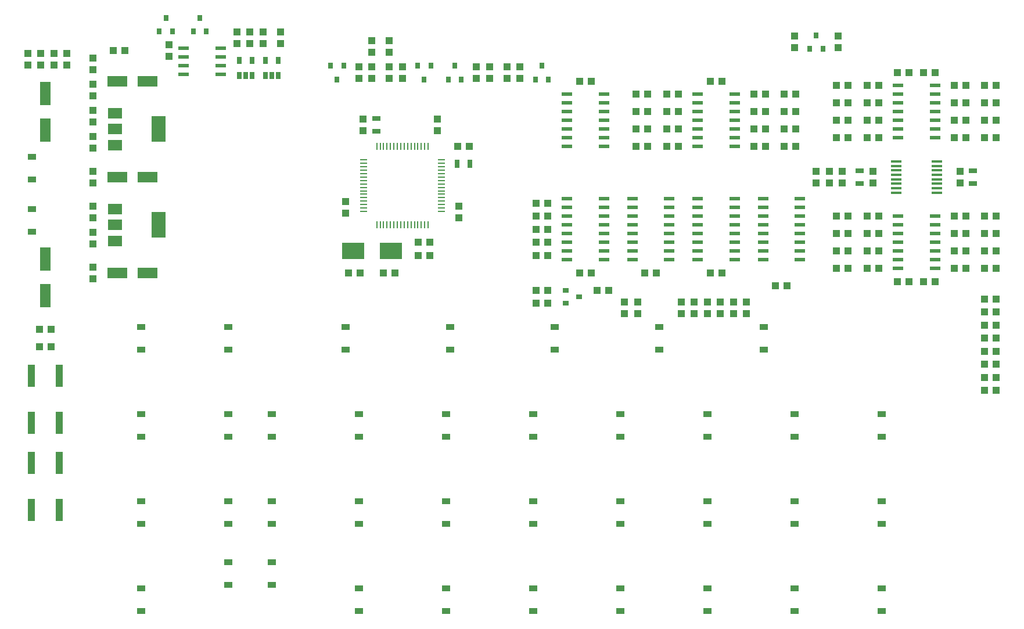
<source format=gtp>
G04 #@! TF.GenerationSoftware,KiCad,Pcbnew,(5.0.0-rc2-24-g81af2db)*
G04 #@! TF.CreationDate,2019-03-18T22:47:18-05:00*
G04 #@! TF.ProjectId,sequencer,73657175656E6365722E6B696361645F,1.0*
G04 #@! TF.SameCoordinates,Original*
G04 #@! TF.FileFunction,Paste,Top*
G04 #@! TF.FilePolarity,Positive*
%FSLAX46Y46*%
G04 Gerber Fmt 4.6, Leading zero omitted, Abs format (unit mm)*
G04 Created by KiCad (PCBNEW (5.0.0-rc2-24-g81af2db)) date Monday, March 18, 2019 at 10:47:18 PM*
%MOMM*%
%LPD*%
G01*
G04 APERTURE LIST*
%ADD10R,0.800000X0.900000*%
%ADD11R,1.000000X1.000000*%
%ADD12R,0.250000X1.000000*%
%ADD13R,1.000000X0.250000*%
%ADD14R,1.000000X3.200000*%
%ADD15R,1.500000X0.600000*%
%ADD16R,1.500000X0.450000*%
%ADD17R,3.000000X1.600000*%
%ADD18R,1.600000X3.500000*%
%ADD19R,2.000000X3.800000*%
%ADD20R,2.000000X1.500000*%
%ADD21R,0.650000X1.060000*%
%ADD22R,0.900000X0.800000*%
%ADD23R,1.550000X0.600000*%
%ADD24R,3.325000X2.400000*%
%ADD25R,1.300000X0.700000*%
%ADD26R,0.700000X1.300000*%
%ADD27R,1.200000X0.900000*%
G04 APERTURE END LIST*
D10*
G04 #@! TO.C,D2*
X97922000Y-54356000D03*
X99822000Y-54356000D03*
X98872000Y-52356000D03*
G04 #@! TD*
D11*
G04 #@! TO.C,R70*
X165735000Y-93765000D03*
X165735000Y-95465000D03*
G04 #@! TD*
D10*
G04 #@! TO.C,Q4*
X152720000Y-61325000D03*
X154620000Y-61325000D03*
X153670000Y-59325000D03*
G04 #@! TD*
G04 #@! TO.C,Q2*
X137475000Y-59325000D03*
X135575000Y-59325000D03*
X136525000Y-61325000D03*
G04 #@! TD*
G04 #@! TO.C,Q3*
X140020000Y-61325000D03*
X141920000Y-61325000D03*
X140970000Y-59325000D03*
G04 #@! TD*
G04 #@! TO.C,Q1*
X124775000Y-59325000D03*
X122875000Y-59325000D03*
X123825000Y-61325000D03*
G04 #@! TD*
D12*
G04 #@! TO.C,U9*
X129600000Y-82520000D03*
X130100000Y-82520000D03*
X130600000Y-82520000D03*
X131100000Y-82520000D03*
X131600000Y-82520000D03*
X132100000Y-82520000D03*
X132600000Y-82520000D03*
X133100000Y-82520000D03*
X133600000Y-82520000D03*
X134100000Y-82520000D03*
X134600000Y-82520000D03*
X135100000Y-82520000D03*
X135600000Y-82520000D03*
X136100000Y-82520000D03*
X136600000Y-82520000D03*
X137100000Y-82520000D03*
D13*
X139050000Y-80570000D03*
X139050000Y-80070000D03*
X139050000Y-79570000D03*
X139050000Y-79070000D03*
X139050000Y-78570000D03*
X139050000Y-78070000D03*
X139050000Y-77570000D03*
X139050000Y-77070000D03*
X139050000Y-76570000D03*
X139050000Y-76070000D03*
X139050000Y-75570000D03*
X139050000Y-75070000D03*
X139050000Y-74570000D03*
X139050000Y-74070000D03*
X139050000Y-73570000D03*
X139050000Y-73070000D03*
D12*
X137100000Y-71120000D03*
X136600000Y-71120000D03*
X136100000Y-71120000D03*
X135600000Y-71120000D03*
X135100000Y-71120000D03*
X134600000Y-71120000D03*
X134100000Y-71120000D03*
X133600000Y-71120000D03*
X133100000Y-71120000D03*
X132600000Y-71120000D03*
X132100000Y-71120000D03*
X131600000Y-71120000D03*
X131100000Y-71120000D03*
X130600000Y-71120000D03*
X130100000Y-71120000D03*
X129600000Y-71120000D03*
D13*
X127650000Y-73070000D03*
X127650000Y-73570000D03*
X127650000Y-74070000D03*
X127650000Y-74570000D03*
X127650000Y-75070000D03*
X127650000Y-75570000D03*
X127650000Y-76070000D03*
X127650000Y-76570000D03*
X127650000Y-77070000D03*
X127650000Y-77570000D03*
X127650000Y-78070000D03*
X127650000Y-78570000D03*
X127650000Y-79070000D03*
X127650000Y-79570000D03*
X127650000Y-80070000D03*
X127650000Y-80570000D03*
G04 #@! TD*
D14*
G04 #@! TO.C,SW19*
X83280000Y-124050000D03*
X83280000Y-117250000D03*
X79280000Y-117250000D03*
X79280000Y-124050000D03*
G04 #@! TD*
G04 #@! TO.C,SW8*
X79280000Y-104550000D03*
X79280000Y-111350000D03*
X83280000Y-111350000D03*
X83280000Y-104550000D03*
G04 #@! TD*
D15*
G04 #@! TO.C,U6*
X181770000Y-71120000D03*
X181770000Y-69850000D03*
X181770000Y-68580000D03*
X181770000Y-67310000D03*
X181770000Y-66040000D03*
X181770000Y-64770000D03*
X181770000Y-63500000D03*
X176370000Y-63500000D03*
X176370000Y-64770000D03*
X176370000Y-66040000D03*
X176370000Y-67310000D03*
X176370000Y-68580000D03*
X176370000Y-69850000D03*
X176370000Y-71120000D03*
G04 #@! TD*
D16*
G04 #@! TO.C,U8*
X205330000Y-73290000D03*
X205330000Y-73940000D03*
X205330000Y-74590000D03*
X205330000Y-75240000D03*
X205330000Y-75890000D03*
X205330000Y-76540000D03*
X205330000Y-77190000D03*
X205330000Y-77840000D03*
X211230000Y-77840000D03*
X211230000Y-77190000D03*
X211230000Y-76540000D03*
X211230000Y-75890000D03*
X211230000Y-75240000D03*
X211230000Y-74590000D03*
X211230000Y-73940000D03*
X211230000Y-73290000D03*
G04 #@! TD*
D17*
G04 #@! TO.C,C24*
X91780000Y-75565000D03*
X96180000Y-75565000D03*
G04 #@! TD*
D18*
G04 #@! TO.C,C13*
X81280000Y-68740000D03*
X81280000Y-63340000D03*
G04 #@! TD*
G04 #@! TO.C,C46*
X81280000Y-92870000D03*
X81280000Y-87470000D03*
G04 #@! TD*
D17*
G04 #@! TO.C,C40*
X91780000Y-89535000D03*
X96180000Y-89535000D03*
G04 #@! TD*
G04 #@! TO.C,C5*
X91780000Y-61595000D03*
X96180000Y-61595000D03*
G04 #@! TD*
D10*
G04 #@! TO.C,D1*
X192725000Y-56880000D03*
X194625000Y-56880000D03*
X193675000Y-54880000D03*
G04 #@! TD*
D19*
G04 #@! TO.C,U7*
X97765000Y-68580000D03*
D20*
X91465000Y-68580000D03*
X91465000Y-70880000D03*
X91465000Y-66280000D03*
G04 #@! TD*
D19*
G04 #@! TO.C,U10*
X97765000Y-82550000D03*
D20*
X91465000Y-82550000D03*
X91465000Y-84850000D03*
X91465000Y-80250000D03*
G04 #@! TD*
D21*
G04 #@! TO.C,U3*
X113350000Y-60790000D03*
X114300000Y-60790000D03*
X115250000Y-60790000D03*
X115250000Y-58590000D03*
X113350000Y-58590000D03*
G04 #@! TD*
D15*
G04 #@! TO.C,U12*
X172245000Y-87630000D03*
X172245000Y-86360000D03*
X172245000Y-85090000D03*
X172245000Y-83820000D03*
X172245000Y-82550000D03*
X172245000Y-81280000D03*
X172245000Y-80010000D03*
X172245000Y-78740000D03*
X166845000Y-78740000D03*
X166845000Y-80010000D03*
X166845000Y-81280000D03*
X166845000Y-82550000D03*
X166845000Y-83820000D03*
X166845000Y-85090000D03*
X166845000Y-86360000D03*
X166845000Y-87630000D03*
G04 #@! TD*
G04 #@! TO.C,U13*
X181770000Y-87630000D03*
X181770000Y-86360000D03*
X181770000Y-85090000D03*
X181770000Y-83820000D03*
X181770000Y-82550000D03*
X181770000Y-81280000D03*
X181770000Y-80010000D03*
X181770000Y-78740000D03*
X176370000Y-78740000D03*
X176370000Y-80010000D03*
X176370000Y-81280000D03*
X176370000Y-82550000D03*
X176370000Y-83820000D03*
X176370000Y-85090000D03*
X176370000Y-86360000D03*
X176370000Y-87630000D03*
G04 #@! TD*
G04 #@! TO.C,U14*
X191295000Y-87630000D03*
X191295000Y-86360000D03*
X191295000Y-85090000D03*
X191295000Y-83820000D03*
X191295000Y-82550000D03*
X191295000Y-81280000D03*
X191295000Y-80010000D03*
X191295000Y-78740000D03*
X185895000Y-78740000D03*
X185895000Y-80010000D03*
X185895000Y-81280000D03*
X185895000Y-82550000D03*
X185895000Y-83820000D03*
X185895000Y-85090000D03*
X185895000Y-86360000D03*
X185895000Y-87630000D03*
G04 #@! TD*
G04 #@! TO.C,U11*
X162720000Y-87630000D03*
X162720000Y-86360000D03*
X162720000Y-85090000D03*
X162720000Y-83820000D03*
X162720000Y-82550000D03*
X162720000Y-81280000D03*
X162720000Y-80010000D03*
X162720000Y-78740000D03*
X157320000Y-78740000D03*
X157320000Y-80010000D03*
X157320000Y-81280000D03*
X157320000Y-82550000D03*
X157320000Y-83820000D03*
X157320000Y-85090000D03*
X157320000Y-86360000D03*
X157320000Y-87630000D03*
G04 #@! TD*
G04 #@! TO.C,U4*
X210980000Y-69850000D03*
X210980000Y-68580000D03*
X210980000Y-67310000D03*
X210980000Y-66040000D03*
X210980000Y-64770000D03*
X210980000Y-63500000D03*
X210980000Y-62230000D03*
X205580000Y-62230000D03*
X205580000Y-63500000D03*
X205580000Y-64770000D03*
X205580000Y-66040000D03*
X205580000Y-67310000D03*
X205580000Y-68580000D03*
X205580000Y-69850000D03*
G04 #@! TD*
G04 #@! TO.C,U15*
X210999434Y-88900000D03*
X210999434Y-87630000D03*
X210999434Y-86360000D03*
X210999434Y-85090000D03*
X210999434Y-83820000D03*
X210999434Y-82550000D03*
X210999434Y-81280000D03*
X205599434Y-81280000D03*
X205599434Y-82550000D03*
X205599434Y-83820000D03*
X205599434Y-85090000D03*
X205599434Y-86360000D03*
X205599434Y-87630000D03*
X205599434Y-88900000D03*
G04 #@! TD*
G04 #@! TO.C,U5*
X157320000Y-63500000D03*
X157320000Y-64770000D03*
X157320000Y-66040000D03*
X157320000Y-67310000D03*
X157320000Y-68580000D03*
X157320000Y-69850000D03*
X157320000Y-71120000D03*
X162720000Y-71120000D03*
X162720000Y-69850000D03*
X162720000Y-68580000D03*
X162720000Y-67310000D03*
X162720000Y-66040000D03*
X162720000Y-64770000D03*
X162720000Y-63500000D03*
G04 #@! TD*
D22*
G04 #@! TO.C,Q5*
X157115000Y-92075000D03*
X157115000Y-93975000D03*
X159115000Y-93025000D03*
G04 #@! TD*
D21*
G04 #@! TO.C,U2*
X109540000Y-60790000D03*
X110490000Y-60790000D03*
X111440000Y-60790000D03*
X111440000Y-58590000D03*
X109540000Y-58590000D03*
G04 #@! TD*
D23*
G04 #@! TO.C,U1*
X101440000Y-56769000D03*
X101440000Y-58039000D03*
X101440000Y-59309000D03*
X101440000Y-60579000D03*
X106840000Y-60579000D03*
X106840000Y-59309000D03*
X106840000Y-58039000D03*
X106840000Y-56769000D03*
G04 #@! TD*
D24*
G04 #@! TO.C,Y1*
X131667500Y-86360000D03*
X126142500Y-86360000D03*
G04 #@! TD*
D11*
G04 #@! TO.C,R20*
X148590000Y-61175000D03*
X148590000Y-59475000D03*
G04 #@! TD*
G04 #@! TO.C,R17*
X133350000Y-59475000D03*
X133350000Y-61175000D03*
G04 #@! TD*
G04 #@! TO.C,R21*
X150495000Y-59475000D03*
X150495000Y-61175000D03*
G04 #@! TD*
G04 #@! TO.C,R7*
X131445000Y-57365000D03*
X131445000Y-55665000D03*
G04 #@! TD*
G04 #@! TO.C,R19*
X146050000Y-61175000D03*
X146050000Y-59475000D03*
G04 #@! TD*
G04 #@! TO.C,R14*
X127000000Y-59475000D03*
X127000000Y-61175000D03*
G04 #@! TD*
G04 #@! TO.C,R18*
X144145000Y-59475000D03*
X144145000Y-61175000D03*
G04 #@! TD*
G04 #@! TO.C,R6*
X128905000Y-57365000D03*
X128905000Y-55665000D03*
G04 #@! TD*
G04 #@! TO.C,R86*
X218225000Y-106680000D03*
X219925000Y-106680000D03*
G04 #@! TD*
G04 #@! TO.C,R85*
X218225000Y-104775000D03*
X219925000Y-104775000D03*
G04 #@! TD*
G04 #@! TO.C,R84*
X218225000Y-102870000D03*
X219925000Y-102870000D03*
G04 #@! TD*
G04 #@! TO.C,R83*
X218225000Y-100965000D03*
X219925000Y-100965000D03*
G04 #@! TD*
G04 #@! TO.C,R81*
X218225000Y-99060000D03*
X219925000Y-99060000D03*
G04 #@! TD*
G04 #@! TO.C,R80*
X218225000Y-97155000D03*
X219925000Y-97155000D03*
G04 #@! TD*
G04 #@! TO.C,R78*
X218225000Y-95250000D03*
X219925000Y-95250000D03*
G04 #@! TD*
G04 #@! TO.C,R68*
X218225000Y-93345000D03*
X219925000Y-93345000D03*
G04 #@! TD*
G04 #@! TO.C,R82*
X82130000Y-100330000D03*
X80430000Y-100330000D03*
G04 #@! TD*
G04 #@! TO.C,R79*
X80430000Y-97790000D03*
X82130000Y-97790000D03*
G04 #@! TD*
G04 #@! TO.C,R39*
X186270000Y-68580000D03*
X184570000Y-68580000D03*
G04 #@! TD*
G04 #@! TO.C,R32*
X186270000Y-66040000D03*
X184570000Y-66040000D03*
G04 #@! TD*
G04 #@! TO.C,R40*
X190715000Y-68580000D03*
X189015000Y-68580000D03*
G04 #@! TD*
G04 #@! TO.C,R33*
X190715000Y-66040000D03*
X189015000Y-66040000D03*
G04 #@! TD*
G04 #@! TO.C,R46*
X190715000Y-71120000D03*
X189015000Y-71120000D03*
G04 #@! TD*
G04 #@! TO.C,R27*
X190715000Y-63500000D03*
X189015000Y-63500000D03*
G04 #@! TD*
G04 #@! TO.C,R31*
X171870000Y-66040000D03*
X173570000Y-66040000D03*
G04 #@! TD*
G04 #@! TO.C,R38*
X171870000Y-68580000D03*
X173570000Y-68580000D03*
G04 #@! TD*
G04 #@! TO.C,R30*
X167425000Y-66040000D03*
X169125000Y-66040000D03*
G04 #@! TD*
G04 #@! TO.C,R37*
X167425000Y-68580000D03*
X169125000Y-68580000D03*
G04 #@! TD*
G04 #@! TO.C,R26*
X167425000Y-63500000D03*
X169125000Y-63500000D03*
G04 #@! TD*
G04 #@! TO.C,R45*
X167425000Y-71120000D03*
X169125000Y-71120000D03*
G04 #@! TD*
G04 #@! TO.C,R2*
X109220000Y-56095000D03*
X109220000Y-54395000D03*
G04 #@! TD*
G04 #@! TO.C,R1*
X99314000Y-56300000D03*
X99314000Y-58000000D03*
G04 #@! TD*
G04 #@! TO.C,R4*
X113030000Y-54395000D03*
X113030000Y-56095000D03*
G04 #@! TD*
G04 #@! TO.C,R3*
X111125000Y-54395000D03*
X111125000Y-56095000D03*
G04 #@! TD*
G04 #@! TO.C,L1*
X88265000Y-76415000D03*
X88265000Y-74715000D03*
G04 #@! TD*
G04 #@! TO.C,L2*
X88265000Y-90385000D03*
X88265000Y-88685000D03*
G04 #@! TD*
G04 #@! TO.C,R8*
X196850000Y-56730000D03*
X196850000Y-55030000D03*
G04 #@! TD*
G04 #@! TO.C,R5*
X115570000Y-54395000D03*
X115570000Y-56095000D03*
G04 #@! TD*
G04 #@! TO.C,R24*
X213780000Y-62230000D03*
X215480000Y-62230000D03*
G04 #@! TD*
G04 #@! TO.C,R43*
X213780000Y-69850000D03*
X215480000Y-69850000D03*
G04 #@! TD*
G04 #@! TO.C,R23*
X202780000Y-62230000D03*
X201080000Y-62230000D03*
G04 #@! TD*
G04 #@! TO.C,R42*
X202780000Y-69850000D03*
X201080000Y-69850000D03*
G04 #@! TD*
G04 #@! TO.C,R44*
X218225000Y-69850000D03*
X219925000Y-69850000D03*
G04 #@! TD*
G04 #@! TO.C,R35*
X213780000Y-67310000D03*
X215480000Y-67310000D03*
G04 #@! TD*
G04 #@! TO.C,R25*
X218225000Y-62230000D03*
X219925000Y-62230000D03*
G04 #@! TD*
G04 #@! TO.C,R29*
X213780000Y-64770000D03*
X215480000Y-64770000D03*
G04 #@! TD*
G04 #@! TO.C,R22*
X198335000Y-62230000D03*
X196635000Y-62230000D03*
G04 #@! TD*
G04 #@! TO.C,R28*
X202780000Y-64770000D03*
X201080000Y-64770000D03*
G04 #@! TD*
G04 #@! TO.C,R41*
X198335000Y-69850000D03*
X196635000Y-69850000D03*
G04 #@! TD*
G04 #@! TO.C,R34*
X202780000Y-67310000D03*
X201080000Y-67310000D03*
G04 #@! TD*
G04 #@! TO.C,R64*
X213799434Y-88900000D03*
X215499434Y-88900000D03*
G04 #@! TD*
G04 #@! TO.C,R53*
X213799434Y-81280000D03*
X215499434Y-81280000D03*
G04 #@! TD*
G04 #@! TO.C,R52*
X202780000Y-81280000D03*
X201080000Y-81280000D03*
G04 #@! TD*
G04 #@! TO.C,R63*
X202780000Y-88900000D03*
X201080000Y-88900000D03*
G04 #@! TD*
G04 #@! TO.C,R65*
X218225000Y-88900000D03*
X219925000Y-88900000D03*
G04 #@! TD*
G04 #@! TO.C,R60*
X213780000Y-86360000D03*
X215480000Y-86360000D03*
G04 #@! TD*
G04 #@! TO.C,R54*
X218225000Y-81280000D03*
X219925000Y-81280000D03*
G04 #@! TD*
G04 #@! TO.C,R57*
X213780000Y-83820000D03*
X215480000Y-83820000D03*
G04 #@! TD*
G04 #@! TO.C,R51*
X198335000Y-81280000D03*
X196635000Y-81280000D03*
G04 #@! TD*
G04 #@! TO.C,R56*
X202799434Y-83820000D03*
X201099434Y-83820000D03*
G04 #@! TD*
G04 #@! TO.C,R62*
X198335000Y-88900000D03*
X196635000Y-88900000D03*
G04 #@! TD*
G04 #@! TO.C,R59*
X202780000Y-86360000D03*
X201080000Y-86360000D03*
G04 #@! TD*
G04 #@! TO.C,R50*
X154520000Y-81280000D03*
X152820000Y-81280000D03*
G04 #@! TD*
G04 #@! TO.C,R55*
X154520000Y-83185000D03*
X152820000Y-83185000D03*
G04 #@! TD*
G04 #@! TO.C,R58*
X154520000Y-85090000D03*
X152820000Y-85090000D03*
G04 #@! TD*
G04 #@! TO.C,R61*
X154520000Y-86995000D03*
X152820000Y-86995000D03*
G04 #@! TD*
G04 #@! TO.C,R49*
X154520000Y-79375000D03*
X152820000Y-79375000D03*
G04 #@! TD*
G04 #@! TO.C,R77*
X183515000Y-93765000D03*
X183515000Y-95465000D03*
G04 #@! TD*
G04 #@! TO.C,R76*
X181610000Y-93765000D03*
X181610000Y-95465000D03*
G04 #@! TD*
G04 #@! TO.C,R75*
X179705000Y-93765000D03*
X179705000Y-95465000D03*
G04 #@! TD*
G04 #@! TO.C,R74*
X177800000Y-93765000D03*
X177800000Y-95465000D03*
G04 #@! TD*
G04 #@! TO.C,R73*
X175895000Y-93765000D03*
X175895000Y-95465000D03*
G04 #@! TD*
G04 #@! TO.C,R72*
X173990000Y-93765000D03*
X173990000Y-95465000D03*
G04 #@! TD*
G04 #@! TO.C,R71*
X167640000Y-93765000D03*
X167640000Y-95465000D03*
G04 #@! TD*
G04 #@! TO.C,R48*
X195580000Y-74715000D03*
X195580000Y-76415000D03*
G04 #@! TD*
G04 #@! TO.C,R47*
X193675000Y-76415000D03*
X193675000Y-74715000D03*
G04 #@! TD*
G04 #@! TO.C,R10*
X78740000Y-59270000D03*
X78740000Y-57570000D03*
G04 #@! TD*
G04 #@! TO.C,R11*
X80645000Y-59270000D03*
X80645000Y-57570000D03*
G04 #@! TD*
G04 #@! TO.C,R12*
X82550000Y-59270000D03*
X82550000Y-57570000D03*
G04 #@! TD*
G04 #@! TO.C,R13*
X84455000Y-59270000D03*
X84455000Y-57570000D03*
G04 #@! TD*
G04 #@! TO.C,R67*
X161710000Y-92075000D03*
X163410000Y-92075000D03*
G04 #@! TD*
G04 #@! TO.C,R9*
X91225000Y-57150000D03*
X92925000Y-57150000D03*
G04 #@! TD*
G04 #@! TO.C,R66*
X152820000Y-92075000D03*
X154520000Y-92075000D03*
G04 #@! TD*
G04 #@! TO.C,R69*
X152820000Y-93980000D03*
X154520000Y-93980000D03*
G04 #@! TD*
G04 #@! TO.C,R36*
X138430000Y-67095000D03*
X138430000Y-68795000D03*
G04 #@! TD*
G04 #@! TO.C,C42*
X130595000Y-89535000D03*
X132295000Y-89535000D03*
G04 #@! TD*
G04 #@! TO.C,C41*
X127215000Y-89535000D03*
X125515000Y-89535000D03*
G04 #@! TD*
G04 #@! TO.C,C49*
X187745000Y-91440000D03*
X189445000Y-91440000D03*
G04 #@! TD*
G04 #@! TO.C,C45*
X178220000Y-89535000D03*
X179920000Y-89535000D03*
G04 #@! TD*
G04 #@! TO.C,C44*
X168695000Y-89535000D03*
X170395000Y-89535000D03*
G04 #@! TD*
G04 #@! TO.C,C43*
X159170000Y-89535000D03*
X160870000Y-89535000D03*
G04 #@! TD*
G04 #@! TO.C,C6*
X159170000Y-61595000D03*
X160870000Y-61595000D03*
G04 #@! TD*
G04 #@! TO.C,C22*
X184570000Y-71120000D03*
X186270000Y-71120000D03*
G04 #@! TD*
G04 #@! TO.C,C10*
X184570000Y-63500000D03*
X186270000Y-63500000D03*
G04 #@! TD*
G04 #@! TO.C,C9*
X173570000Y-63500000D03*
X171870000Y-63500000D03*
G04 #@! TD*
G04 #@! TO.C,C21*
X173570000Y-71120000D03*
X171870000Y-71120000D03*
G04 #@! TD*
G04 #@! TO.C,C7*
X178220000Y-61595000D03*
X179920000Y-61595000D03*
G04 #@! TD*
G04 #@! TO.C,C19*
X88265000Y-71335000D03*
X88265000Y-69635000D03*
G04 #@! TD*
G04 #@! TO.C,C14*
X88265000Y-67525000D03*
X88265000Y-65825000D03*
G04 #@! TD*
G04 #@! TO.C,C35*
X88265000Y-85305000D03*
X88265000Y-83605000D03*
G04 #@! TD*
G04 #@! TO.C,C31*
X88265000Y-81495000D03*
X88265000Y-79795000D03*
G04 #@! TD*
G04 #@! TO.C,C1*
X190500000Y-56730000D03*
X190500000Y-55030000D03*
G04 #@! TD*
G04 #@! TO.C,C8*
X88265000Y-63715000D03*
X88265000Y-62015000D03*
G04 #@! TD*
G04 #@! TO.C,C2*
X88265000Y-59905000D03*
X88265000Y-58205000D03*
G04 #@! TD*
G04 #@! TO.C,C30*
X125095000Y-80860000D03*
X125095000Y-79160000D03*
G04 #@! TD*
G04 #@! TO.C,C32*
X141605000Y-79795000D03*
X141605000Y-81495000D03*
G04 #@! TD*
G04 #@! TO.C,C20*
X141390000Y-71120000D03*
X143090000Y-71120000D03*
G04 #@! TD*
G04 #@! TO.C,C17*
X127635000Y-68795000D03*
X127635000Y-67095000D03*
G04 #@! TD*
G04 #@! TO.C,C39*
X137375000Y-86995000D03*
X135675000Y-86995000D03*
G04 #@! TD*
G04 #@! TO.C,C36*
X137375000Y-85090000D03*
X135675000Y-85090000D03*
G04 #@! TD*
G04 #@! TO.C,C16*
X218225000Y-67310000D03*
X219925000Y-67310000D03*
G04 #@! TD*
G04 #@! TO.C,C12*
X218225000Y-64770000D03*
X219925000Y-64770000D03*
G04 #@! TD*
G04 #@! TO.C,C11*
X198335000Y-64770000D03*
X196635000Y-64770000D03*
G04 #@! TD*
G04 #@! TO.C,C15*
X198335000Y-67310000D03*
X196635000Y-67310000D03*
G04 #@! TD*
G04 #@! TO.C,C38*
X218225000Y-86360000D03*
X219925000Y-86360000D03*
G04 #@! TD*
G04 #@! TO.C,C34*
X218225000Y-83820000D03*
X219925000Y-83820000D03*
G04 #@! TD*
G04 #@! TO.C,C33*
X198335000Y-83820000D03*
X196635000Y-83820000D03*
G04 #@! TD*
G04 #@! TO.C,C37*
X198335000Y-86360000D03*
X196635000Y-86360000D03*
G04 #@! TD*
G04 #@! TO.C,C4*
X209335000Y-60325000D03*
X211035000Y-60325000D03*
G04 #@! TD*
G04 #@! TO.C,C48*
X209335000Y-90805000D03*
X211035000Y-90805000D03*
G04 #@! TD*
G04 #@! TO.C,C3*
X205525000Y-60325000D03*
X207225000Y-60325000D03*
G04 #@! TD*
G04 #@! TO.C,C47*
X205525000Y-90805000D03*
X207225000Y-90805000D03*
G04 #@! TD*
G04 #@! TO.C,C27*
X201930000Y-76415000D03*
X201930000Y-74715000D03*
G04 #@! TD*
G04 #@! TO.C,C28*
X214630000Y-76415000D03*
X214630000Y-74715000D03*
G04 #@! TD*
G04 #@! TO.C,C25*
X197485000Y-74715000D03*
X197485000Y-76415000D03*
G04 #@! TD*
D25*
G04 #@! TO.C,C29*
X216535000Y-76515000D03*
X216535000Y-74615000D03*
G04 #@! TD*
G04 #@! TO.C,C26*
X200025000Y-76515000D03*
X200025000Y-74615000D03*
G04 #@! TD*
D26*
G04 #@! TO.C,C23*
X143190000Y-73660000D03*
X141290000Y-73660000D03*
G04 #@! TD*
D25*
G04 #@! TO.C,C18*
X129540000Y-66995000D03*
X129540000Y-68895000D03*
G04 #@! TD*
D27*
G04 #@! TO.C,D4*
X79375000Y-83565000D03*
X79375000Y-80265000D03*
G04 #@! TD*
G04 #@! TO.C,D3*
X79375000Y-75945000D03*
X79375000Y-72645000D03*
G04 #@! TD*
G04 #@! TO.C,D7*
X125095000Y-97410000D03*
X125095000Y-100710000D03*
G04 #@! TD*
G04 #@! TO.C,D8*
X140335000Y-97410000D03*
X140335000Y-100710000D03*
G04 #@! TD*
G04 #@! TO.C,D9*
X155575000Y-97410000D03*
X155575000Y-100710000D03*
G04 #@! TD*
G04 #@! TO.C,D10*
X170815000Y-97410000D03*
X170815000Y-100710000D03*
G04 #@! TD*
G04 #@! TO.C,D11*
X186055000Y-97410000D03*
X186055000Y-100710000D03*
G04 #@! TD*
G04 #@! TO.C,D5*
X95250000Y-97410000D03*
X95250000Y-100710000D03*
G04 #@! TD*
G04 #@! TO.C,D6*
X107950000Y-97410000D03*
X107950000Y-100710000D03*
G04 #@! TD*
G04 #@! TO.C,D12*
X95250000Y-110110000D03*
X95250000Y-113410000D03*
G04 #@! TD*
G04 #@! TO.C,D13*
X107950000Y-110110000D03*
X107950000Y-113410000D03*
G04 #@! TD*
G04 #@! TO.C,D22*
X95250000Y-122810000D03*
X95250000Y-126110000D03*
G04 #@! TD*
G04 #@! TO.C,D23*
X107950000Y-122810000D03*
X107950000Y-126110000D03*
G04 #@! TD*
G04 #@! TO.C,D34*
X95250000Y-135510000D03*
X95250000Y-138810000D03*
G04 #@! TD*
G04 #@! TO.C,D32*
X107950000Y-131700000D03*
X107950000Y-135000000D03*
G04 #@! TD*
G04 #@! TO.C,D14*
X114300000Y-110110000D03*
X114300000Y-113410000D03*
G04 #@! TD*
G04 #@! TO.C,D15*
X127000000Y-110110000D03*
X127000000Y-113410000D03*
G04 #@! TD*
G04 #@! TO.C,D16*
X139700000Y-110110000D03*
X139700000Y-113410000D03*
G04 #@! TD*
G04 #@! TO.C,D17*
X152400000Y-110110000D03*
X152400000Y-113410000D03*
G04 #@! TD*
G04 #@! TO.C,D18*
X165100000Y-110110000D03*
X165100000Y-113410000D03*
G04 #@! TD*
G04 #@! TO.C,D19*
X177800000Y-110110000D03*
X177800000Y-113410000D03*
G04 #@! TD*
G04 #@! TO.C,D20*
X190500000Y-110110000D03*
X190500000Y-113410000D03*
G04 #@! TD*
G04 #@! TO.C,D21*
X203200000Y-110110000D03*
X203200000Y-113410000D03*
G04 #@! TD*
G04 #@! TO.C,D24*
X114300000Y-122810000D03*
X114300000Y-126110000D03*
G04 #@! TD*
G04 #@! TO.C,D25*
X127000000Y-122810000D03*
X127000000Y-126110000D03*
G04 #@! TD*
G04 #@! TO.C,D26*
X139700000Y-122810000D03*
X139700000Y-126110000D03*
G04 #@! TD*
G04 #@! TO.C,D27*
X152400000Y-122810000D03*
X152400000Y-126110000D03*
G04 #@! TD*
G04 #@! TO.C,D28*
X165100000Y-122810000D03*
X165100000Y-126110000D03*
G04 #@! TD*
G04 #@! TO.C,D29*
X177800000Y-122810000D03*
X177800000Y-126110000D03*
G04 #@! TD*
G04 #@! TO.C,D30*
X190500000Y-122810000D03*
X190500000Y-126110000D03*
G04 #@! TD*
G04 #@! TO.C,D31*
X203200000Y-122810000D03*
X203200000Y-126110000D03*
G04 #@! TD*
G04 #@! TO.C,D33*
X114300000Y-131700000D03*
X114300000Y-135000000D03*
G04 #@! TD*
G04 #@! TO.C,D35*
X127000000Y-135510000D03*
X127000000Y-138810000D03*
G04 #@! TD*
G04 #@! TO.C,D36*
X139700000Y-135510000D03*
X139700000Y-138810000D03*
G04 #@! TD*
G04 #@! TO.C,D37*
X152400000Y-135510000D03*
X152400000Y-138810000D03*
G04 #@! TD*
G04 #@! TO.C,D38*
X165100000Y-135510000D03*
X165100000Y-138810000D03*
G04 #@! TD*
G04 #@! TO.C,D39*
X177800000Y-135510000D03*
X177800000Y-138810000D03*
G04 #@! TD*
G04 #@! TO.C,D40*
X190500000Y-135510000D03*
X190500000Y-138810000D03*
G04 #@! TD*
G04 #@! TO.C,D41*
X203200000Y-135510000D03*
X203200000Y-138810000D03*
G04 #@! TD*
D11*
G04 #@! TO.C,R15*
X128905000Y-59475000D03*
X128905000Y-61175000D03*
G04 #@! TD*
G04 #@! TO.C,R16*
X131445000Y-59475000D03*
X131445000Y-61175000D03*
G04 #@! TD*
D10*
G04 #@! TO.C,D42*
X102870000Y-54356000D03*
X104770000Y-54356000D03*
X103820000Y-52356000D03*
G04 #@! TD*
M02*

</source>
